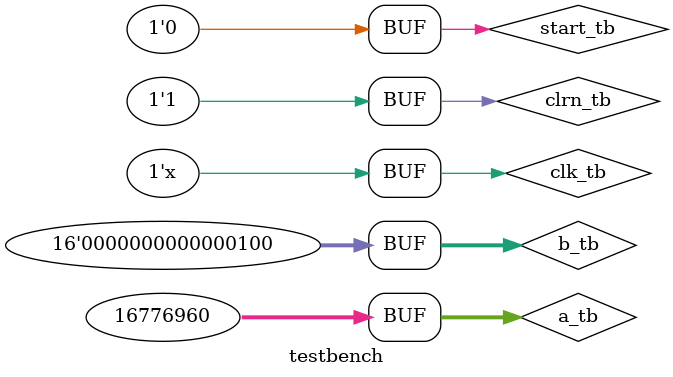
<source format=v>

`timescale 1ns/1ps
module testbench();

    reg clrn_tb;
    reg clk_tb;
    reg start_tb; // Hardcoded signals
    
    wire busy_tb;
    wire ready_tb;
    wire[5:0] count_tb; // Derived signals
    
    reg [31:0] a_tb;
    reg [15:0] b_tb;
    wire [31:0] qout_tb;
    wire [15:0] r_tb; // All input/outputs
    
    top dut(clk_tb, clrn_tb, start_tb, a_tb, b_tb, qout_tb, r_tb, busy_tb, ready_tb, count_tb); // Initializing an instance of top
    
    initial begin
        clrn_tb = 0;
        start_tb = 0;     
        clk_tb = 1;
        
        // Fix the values of the inputs
        a_tb <= 32'b01001100011111110010001010001010;
        b_tb <= 16'b0110101000001110;
         
         
         // Signals take value
        #5 clrn_tb = 1;
        #0 start_tb = 1;
        #10 start_tb = 0;
        
        
        // CLRN shuts off to reset circuit
        #335 clrn_tb = 0;
        #0 start_tb = 0;
        
        // New values for inputs are provided while CLRN is disabled
        a_tb <= 32'b00000000111111111111111100000000;
        b_tb <= 16'b0000000000000100;
        
        // CLRN starts up again, and division can recontinue - note that CLRN and start must begin before clk posedge
        #5 clrn_tb = 1;
        #0 start_tb = 1;
        #10 start_tb = 0;
    end   
    always begin
        #5;
        clk_tb = ~clk_tb; // Clock Rule
    end

endmodule

</source>
